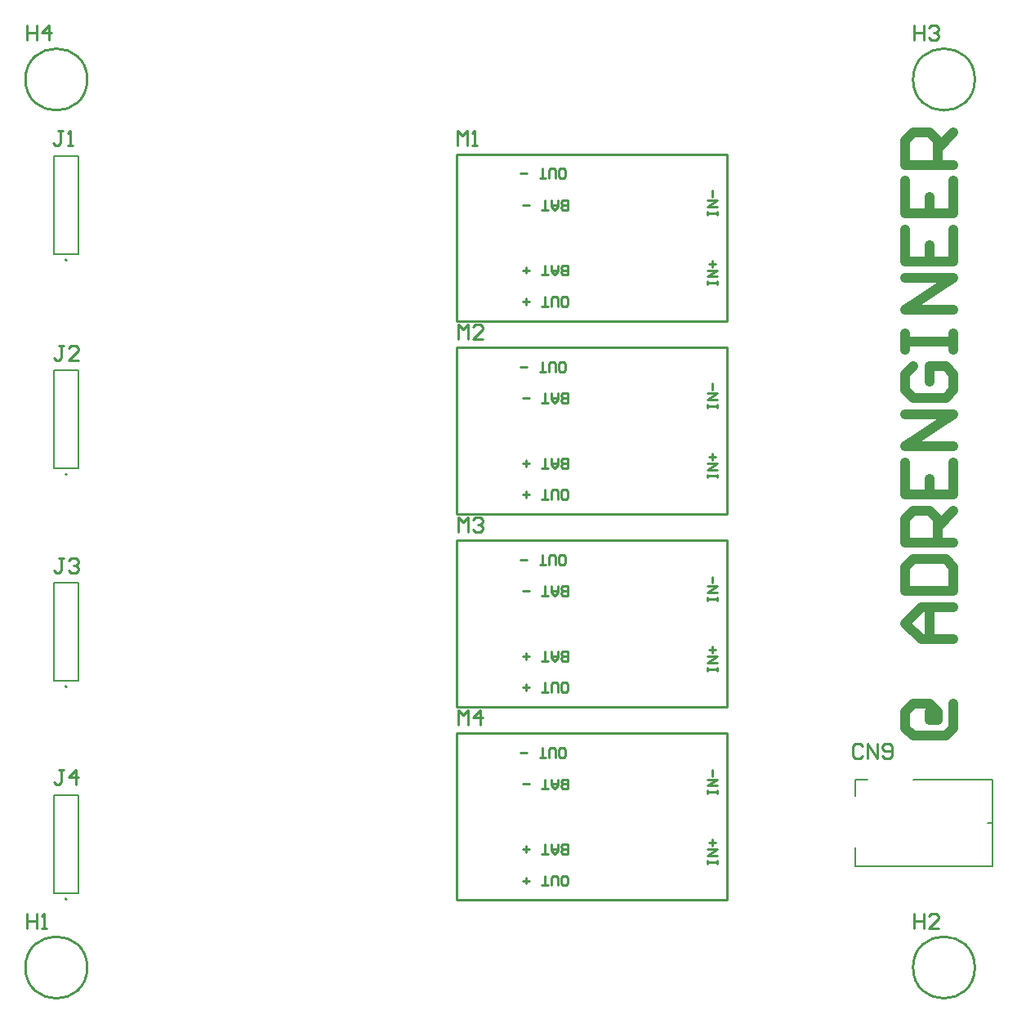
<source format=gto>
G04*
G04 #@! TF.GenerationSoftware,Altium Limited,CircuitStudio,1.5.2 (1.5.2.30)*
G04*
G04 Layer_Color=15065295*
%FSLAX44Y44*%
%MOMM*%
G71*
G01*
G75*
%ADD10C,1.0000*%
%ADD19C,0.2000*%
%ADD20C,0.2540*%
D10*
X1207339Y558992D02*
X1199008D01*
Y550661D01*
X1207339D01*
Y558992D01*
X1199008Y567323D01*
X1182347D01*
X1174016Y558992D01*
Y542331D01*
X1182347Y534000D01*
X1215669D01*
X1224000Y542331D01*
Y567323D01*
Y633968D02*
X1190677D01*
X1174016Y650629D01*
X1190677Y667290D01*
X1224000D01*
X1199008D01*
Y633968D01*
X1174016Y683951D02*
X1224000D01*
Y708943D01*
X1215669Y717274D01*
X1182347D01*
X1174016Y708943D01*
Y683951D01*
X1224000Y733935D02*
X1174016D01*
Y758927D01*
X1182347Y767258D01*
X1199008D01*
X1207339Y758927D01*
Y733935D01*
Y750597D02*
X1224000Y767258D01*
X1174016Y817242D02*
Y783919D01*
X1224000D01*
Y817242D01*
X1199008Y783919D02*
Y800581D01*
X1224000Y833903D02*
X1174016D01*
X1224000Y867226D01*
X1174016D01*
X1182347Y917209D02*
X1174016Y908879D01*
Y892218D01*
X1182347Y883887D01*
X1215669D01*
X1224000Y892218D01*
Y908879D01*
X1215669Y917209D01*
X1199008D01*
Y900548D01*
X1174016Y933871D02*
Y950532D01*
Y942201D01*
X1224000D01*
Y933871D01*
Y950532D01*
Y975524D02*
X1174016D01*
X1224000Y1008847D01*
X1174016D01*
Y1058830D02*
Y1025508D01*
X1224000D01*
Y1058830D01*
X1199008Y1025508D02*
Y1042169D01*
X1174016Y1108814D02*
Y1075492D01*
X1224000D01*
Y1108814D01*
X1199008Y1075492D02*
Y1092153D01*
X1224000Y1125475D02*
X1174016D01*
Y1150467D01*
X1182347Y1158798D01*
X1199008D01*
X1207339Y1150467D01*
Y1125475D01*
Y1142137D02*
X1224000Y1158798D01*
D19*
X305000Y584800D02*
G03*
X305000Y584800I-1000J0D01*
G01*
Y364730D02*
G03*
X305000Y364730I-1000J0D01*
G01*
Y804800D02*
G03*
X305000Y804800I-1000J0D01*
G01*
Y1026920D02*
G03*
X305000Y1026920I-1000J0D01*
G01*
X1264000Y399000D02*
Y444000D01*
Y489000D01*
X1122000Y472000D02*
Y489000D01*
Y399000D02*
Y418000D01*
X1259000Y444000D02*
X1264000D01*
X1182000Y489000D02*
X1264000D01*
X1122000D02*
X1135000D01*
X1134000Y399000D02*
X1264000D01*
X1122000D02*
X1135000D01*
X316700Y591300D02*
Y692900D01*
X291300Y591300D02*
Y692900D01*
X316700D01*
X291300Y591300D02*
X316700D01*
Y371230D02*
Y472830D01*
X291300Y371230D02*
Y472830D01*
X316700D01*
X291300Y371230D02*
X316700D01*
Y811300D02*
Y912900D01*
X291300Y811300D02*
Y912900D01*
X316700D01*
X291300Y811300D02*
X316700D01*
Y1033420D02*
Y1135020D01*
X291300Y1033420D02*
Y1135020D01*
X316700D01*
X291300Y1033420D02*
X316700D01*
D20*
X326000Y1214000D02*
G03*
X326000Y1214000I-32000J0D01*
G01*
X1246000D02*
G03*
X1246000Y1214000I-32000J0D01*
G01*
Y294000D02*
G03*
X1246000Y294000I-32000J0D01*
G01*
X326000D02*
G03*
X326000Y294000I-32000J0D01*
G01*
X989000Y564000D02*
Y736500D01*
X709000Y564000D02*
X989000D01*
X709000Y736500D02*
X989000D01*
X709000Y564000D02*
Y736500D01*
X989000Y364000D02*
Y536500D01*
X709000Y364000D02*
X989000D01*
X709000Y536500D02*
X989000D01*
X709000Y364000D02*
Y536500D01*
X989000Y764000D02*
Y936500D01*
X709000Y764000D02*
X989000D01*
X709000Y936500D02*
X989000D01*
X709000Y764000D02*
Y936500D01*
X989000Y964000D02*
Y1136500D01*
X709000Y964000D02*
X989000D01*
X709000Y1136500D02*
X989000D01*
X709000Y964000D02*
Y1136500D01*
X1129789Y523292D02*
X1127250Y525831D01*
X1122171D01*
X1119632Y523292D01*
Y513135D01*
X1122171Y510596D01*
X1127250D01*
X1129789Y513135D01*
X1134867Y510596D02*
Y525831D01*
X1145024Y510596D01*
Y525831D01*
X1150102Y513135D02*
X1152641Y510596D01*
X1157720D01*
X1160259Y513135D01*
Y523292D01*
X1157720Y525831D01*
X1152641D01*
X1150102Y523292D01*
Y520753D01*
X1152641Y518214D01*
X1160259D01*
X301335Y718439D02*
X296256D01*
X298796D01*
Y705743D01*
X296256Y703204D01*
X293717D01*
X291178Y705743D01*
X306413Y715900D02*
X308952Y718439D01*
X314031D01*
X316570Y715900D01*
Y713361D01*
X314031Y710822D01*
X311491D01*
X314031D01*
X316570Y708282D01*
Y705743D01*
X314031Y703204D01*
X308952D01*
X306413Y705743D01*
X710324Y745294D02*
Y760529D01*
X715402Y755451D01*
X720481Y760529D01*
Y745294D01*
X725559Y757990D02*
X728098Y760529D01*
X733177D01*
X735716Y757990D01*
Y755451D01*
X733177Y752912D01*
X730637D01*
X733177D01*
X735716Y750372D01*
Y747833D01*
X733177Y745294D01*
X728098D01*
X725559Y747833D01*
X969003Y601500D02*
Y604832D01*
Y603166D01*
X979000D01*
Y601500D01*
Y604832D01*
Y609831D02*
X969003D01*
X979000Y616495D01*
X969003D01*
X974002Y619827D02*
Y626492D01*
X970669Y623160D02*
X977334D01*
X969003Y674000D02*
Y677332D01*
Y675666D01*
X979000D01*
Y674000D01*
Y677332D01*
Y682331D02*
X969003D01*
X979000Y688995D01*
X969003D01*
X974002Y692327D02*
Y698992D01*
X816502Y711503D02*
X819834D01*
X821500Y713169D01*
Y719834D01*
X819834Y721500D01*
X816502D01*
X814836Y719834D01*
Y713169D01*
X816502Y711503D01*
X811503D02*
Y719834D01*
X809837Y721500D01*
X806505D01*
X804839Y719834D01*
Y711503D01*
X801506D02*
X794842D01*
X798174D01*
Y721500D01*
X781513Y716502D02*
X774848D01*
X824000Y679003D02*
Y689000D01*
X819002D01*
X817336Y687334D01*
Y685668D01*
X819002Y684002D01*
X824000D01*
X819002D01*
X817336Y682336D01*
Y680669D01*
X819002Y679003D01*
X824000D01*
X814003Y689000D02*
Y682336D01*
X810671Y679003D01*
X807339Y682336D01*
Y689000D01*
Y684002D01*
X814003D01*
X804006Y679003D02*
X797342D01*
X800674D01*
Y689000D01*
X784013Y684002D02*
X777348D01*
X824000Y611503D02*
Y621500D01*
X819002D01*
X817336Y619834D01*
Y618168D01*
X819002Y616502D01*
X824000D01*
X819002D01*
X817336Y614836D01*
Y613169D01*
X819002Y611503D01*
X824000D01*
X814003Y621500D02*
Y614836D01*
X810671Y611503D01*
X807339Y614836D01*
Y621500D01*
Y616502D01*
X814003D01*
X804006Y611503D02*
X797342D01*
X800674D01*
Y621500D01*
X784013Y616502D02*
X777348D01*
X780681Y613169D02*
Y619834D01*
X819002Y579003D02*
X822334D01*
X824000Y580669D01*
Y587334D01*
X822334Y589000D01*
X819002D01*
X817336Y587334D01*
Y580669D01*
X819002Y579003D01*
X814003D02*
Y587334D01*
X812337Y589000D01*
X809005D01*
X807339Y587334D01*
Y579003D01*
X804006D02*
X797342D01*
X800674D01*
Y589000D01*
X784013Y584002D02*
X777348D01*
X780681Y580669D02*
Y587334D01*
X301330Y498352D02*
X296251D01*
X298790D01*
Y485656D01*
X296251Y483117D01*
X293712D01*
X291173Y485656D01*
X314026Y483117D02*
Y498352D01*
X306408Y490734D01*
X316565D01*
X710324Y545462D02*
Y560697D01*
X715402Y555619D01*
X720481Y560697D01*
Y545462D01*
X733177D02*
Y560697D01*
X725559Y553079D01*
X735716D01*
X969003Y401500D02*
Y404832D01*
Y403166D01*
X979000D01*
Y401500D01*
Y404832D01*
Y409831D02*
X969003D01*
X979000Y416495D01*
X969003D01*
X974002Y419827D02*
Y426492D01*
X970669Y423160D02*
X977334D01*
X969003Y474000D02*
Y477332D01*
Y475666D01*
X979000D01*
Y474000D01*
Y477332D01*
Y482331D02*
X969003D01*
X979000Y488995D01*
X969003D01*
X974002Y492327D02*
Y498992D01*
X816502Y511503D02*
X819834D01*
X821500Y513169D01*
Y519834D01*
X819834Y521500D01*
X816502D01*
X814836Y519834D01*
Y513169D01*
X816502Y511503D01*
X811503D02*
Y519834D01*
X809837Y521500D01*
X806505D01*
X804839Y519834D01*
Y511503D01*
X801506D02*
X794842D01*
X798174D01*
Y521500D01*
X781513Y516502D02*
X774848D01*
X824000Y479003D02*
Y489000D01*
X819002D01*
X817336Y487334D01*
Y485668D01*
X819002Y484002D01*
X824000D01*
X819002D01*
X817336Y482336D01*
Y480669D01*
X819002Y479003D01*
X824000D01*
X814003Y489000D02*
Y482336D01*
X810671Y479003D01*
X807339Y482336D01*
Y489000D01*
Y484002D01*
X814003D01*
X804006Y479003D02*
X797342D01*
X800674D01*
Y489000D01*
X784013Y484002D02*
X777348D01*
X824000Y411503D02*
Y421500D01*
X819002D01*
X817336Y419834D01*
Y418168D01*
X819002Y416502D01*
X824000D01*
X819002D01*
X817336Y414836D01*
Y413169D01*
X819002Y411503D01*
X824000D01*
X814003Y421500D02*
Y414836D01*
X810671Y411503D01*
X807339Y414836D01*
Y421500D01*
Y416502D01*
X814003D01*
X804006Y411503D02*
X797342D01*
X800674D01*
Y421500D01*
X784013Y416502D02*
X777348D01*
X780681Y413169D02*
Y419834D01*
X819002Y379003D02*
X822334D01*
X824000Y380669D01*
Y387334D01*
X822334Y389000D01*
X819002D01*
X817336Y387334D01*
Y380669D01*
X819002Y379003D01*
X814003D02*
Y387334D01*
X812337Y389000D01*
X809005D01*
X807339Y387334D01*
Y379003D01*
X804006D02*
X797342D01*
X800674D01*
Y389000D01*
X784013Y384002D02*
X777348D01*
X780681Y380669D02*
Y387334D01*
X301241Y938567D02*
X296162D01*
X298701D01*
Y925871D01*
X296162Y923332D01*
X293623D01*
X291084Y925871D01*
X316476Y923332D02*
X306319D01*
X316476Y933489D01*
Y936028D01*
X313937Y938567D01*
X308858D01*
X306319Y936028D01*
X710324Y945380D02*
Y960615D01*
X715402Y955537D01*
X720481Y960615D01*
Y945380D01*
X735716D02*
X725559D01*
X735716Y955537D01*
Y958076D01*
X733177Y960615D01*
X728098D01*
X725559Y958076D01*
X969003Y801500D02*
Y804832D01*
Y803166D01*
X979000D01*
Y801500D01*
Y804832D01*
Y809831D02*
X969003D01*
X979000Y816495D01*
X969003D01*
X974002Y819827D02*
Y826492D01*
X970669Y823160D02*
X977334D01*
X969003Y874000D02*
Y877332D01*
Y875666D01*
X979000D01*
Y874000D01*
Y877332D01*
Y882331D02*
X969003D01*
X979000Y888995D01*
X969003D01*
X974002Y892327D02*
Y898992D01*
X816502Y911503D02*
X819834D01*
X821500Y913169D01*
Y919834D01*
X819834Y921500D01*
X816502D01*
X814836Y919834D01*
Y913169D01*
X816502Y911503D01*
X811503D02*
Y919834D01*
X809837Y921500D01*
X806505D01*
X804839Y919834D01*
Y911503D01*
X801506D02*
X794842D01*
X798174D01*
Y921500D01*
X781513Y916502D02*
X774848D01*
X824000Y879003D02*
Y889000D01*
X819002D01*
X817336Y887334D01*
Y885668D01*
X819002Y884002D01*
X824000D01*
X819002D01*
X817336Y882335D01*
Y880669D01*
X819002Y879003D01*
X824000D01*
X814003Y889000D02*
Y882335D01*
X810671Y879003D01*
X807339Y882335D01*
Y889000D01*
Y884002D01*
X814003D01*
X804006Y879003D02*
X797342D01*
X800674D01*
Y889000D01*
X784013Y884002D02*
X777348D01*
X824000Y811503D02*
Y821500D01*
X819002D01*
X817336Y819834D01*
Y818168D01*
X819002Y816502D01*
X824000D01*
X819002D01*
X817336Y814836D01*
Y813169D01*
X819002Y811503D01*
X824000D01*
X814003Y821500D02*
Y814836D01*
X810671Y811503D01*
X807339Y814836D01*
Y821500D01*
Y816502D01*
X814003D01*
X804006Y811503D02*
X797342D01*
X800674D01*
Y821500D01*
X784013Y816502D02*
X777348D01*
X780681Y813169D02*
Y819834D01*
X819002Y779003D02*
X822334D01*
X824000Y780669D01*
Y787334D01*
X822334Y789000D01*
X819002D01*
X817336Y787334D01*
Y780669D01*
X819002Y779003D01*
X814003D02*
Y787334D01*
X812337Y789000D01*
X809005D01*
X807339Y787334D01*
Y779003D01*
X804006D02*
X797342D01*
X800674D01*
Y789000D01*
X784013Y784002D02*
X777348D01*
X780681Y780669D02*
Y787334D01*
X710164Y1145372D02*
Y1160607D01*
X715242Y1155529D01*
X720321Y1160607D01*
Y1145372D01*
X725399D02*
X730477D01*
X727938D01*
Y1160607D01*
X725399Y1158068D01*
X969003Y1001500D02*
Y1004832D01*
Y1003166D01*
X979000D01*
Y1001500D01*
Y1004832D01*
Y1009831D02*
X969003D01*
X979000Y1016495D01*
X969003D01*
X974002Y1019827D02*
Y1026492D01*
X970669Y1023160D02*
X977334D01*
X969003Y1074000D02*
Y1077332D01*
Y1075666D01*
X979000D01*
Y1074000D01*
Y1077332D01*
Y1082331D02*
X969003D01*
X979000Y1088995D01*
X969003D01*
X974002Y1092327D02*
Y1098992D01*
X816502Y1111503D02*
X819834D01*
X821500Y1113169D01*
Y1119834D01*
X819834Y1121500D01*
X816502D01*
X814836Y1119834D01*
Y1113169D01*
X816502Y1111503D01*
X811503D02*
Y1119834D01*
X809837Y1121500D01*
X806505D01*
X804839Y1119834D01*
Y1111503D01*
X801506D02*
X794842D01*
X798174D01*
Y1121500D01*
X781513Y1116502D02*
X774848D01*
X824000Y1079003D02*
Y1089000D01*
X819002D01*
X817336Y1087334D01*
Y1085668D01*
X819002Y1084001D01*
X824000D01*
X819002D01*
X817336Y1082335D01*
Y1080669D01*
X819002Y1079003D01*
X824000D01*
X814003Y1089000D02*
Y1082335D01*
X810671Y1079003D01*
X807339Y1082335D01*
Y1089000D01*
Y1084001D01*
X814003D01*
X804006Y1079003D02*
X797342D01*
X800674D01*
Y1089000D01*
X784013Y1084001D02*
X777348D01*
X824000Y1011503D02*
Y1021500D01*
X819002D01*
X817336Y1019834D01*
Y1018168D01*
X819002Y1016501D01*
X824000D01*
X819002D01*
X817336Y1014835D01*
Y1013169D01*
X819002Y1011503D01*
X824000D01*
X814003Y1021500D02*
Y1014835D01*
X810671Y1011503D01*
X807339Y1014835D01*
Y1021500D01*
Y1016501D01*
X814003D01*
X804006Y1011503D02*
X797342D01*
X800674D01*
Y1021500D01*
X784013Y1016501D02*
X777348D01*
X780681Y1013169D02*
Y1019834D01*
X819002Y979003D02*
X822334D01*
X824000Y980669D01*
Y987334D01*
X822334Y989000D01*
X819002D01*
X817336Y987334D01*
Y980669D01*
X819002Y979003D01*
X814003D02*
Y987334D01*
X812337Y989000D01*
X809005D01*
X807339Y987334D01*
Y979003D01*
X804006D02*
X797342D01*
X800674D01*
Y989000D01*
X784013Y984001D02*
X777348D01*
X780681Y980669D02*
Y987334D01*
X301129Y1160505D02*
X296050D01*
X298589D01*
Y1147809D01*
X296050Y1145270D01*
X293511D01*
X290972Y1147809D01*
X306207Y1145270D02*
X311285D01*
X308746D01*
Y1160505D01*
X306207Y1157966D01*
X263393Y1270002D02*
Y1254767D01*
Y1262384D01*
X273550D01*
Y1270002D01*
Y1254767D01*
X286246D02*
Y1270002D01*
X278628Y1262384D01*
X288785D01*
X1183393Y1270002D02*
Y1254767D01*
Y1262384D01*
X1193550D01*
Y1270002D01*
Y1254767D01*
X1198628Y1267463D02*
X1201167Y1270002D01*
X1206246D01*
X1208785Y1267463D01*
Y1264924D01*
X1206246Y1262384D01*
X1203706D01*
X1206246D01*
X1208785Y1259845D01*
Y1257306D01*
X1206246Y1254767D01*
X1201167D01*
X1198628Y1257306D01*
X1183393Y350002D02*
Y334767D01*
Y342384D01*
X1193550D01*
Y350002D01*
Y334767D01*
X1208785D02*
X1198628D01*
X1208785Y344924D01*
Y347463D01*
X1206246Y350002D01*
X1201167D01*
X1198628Y347463D01*
X263393Y350002D02*
Y334767D01*
Y342384D01*
X273550D01*
Y350002D01*
Y334767D01*
X278628D02*
X283706D01*
X281167D01*
Y350002D01*
X278628Y347463D01*
M02*

</source>
